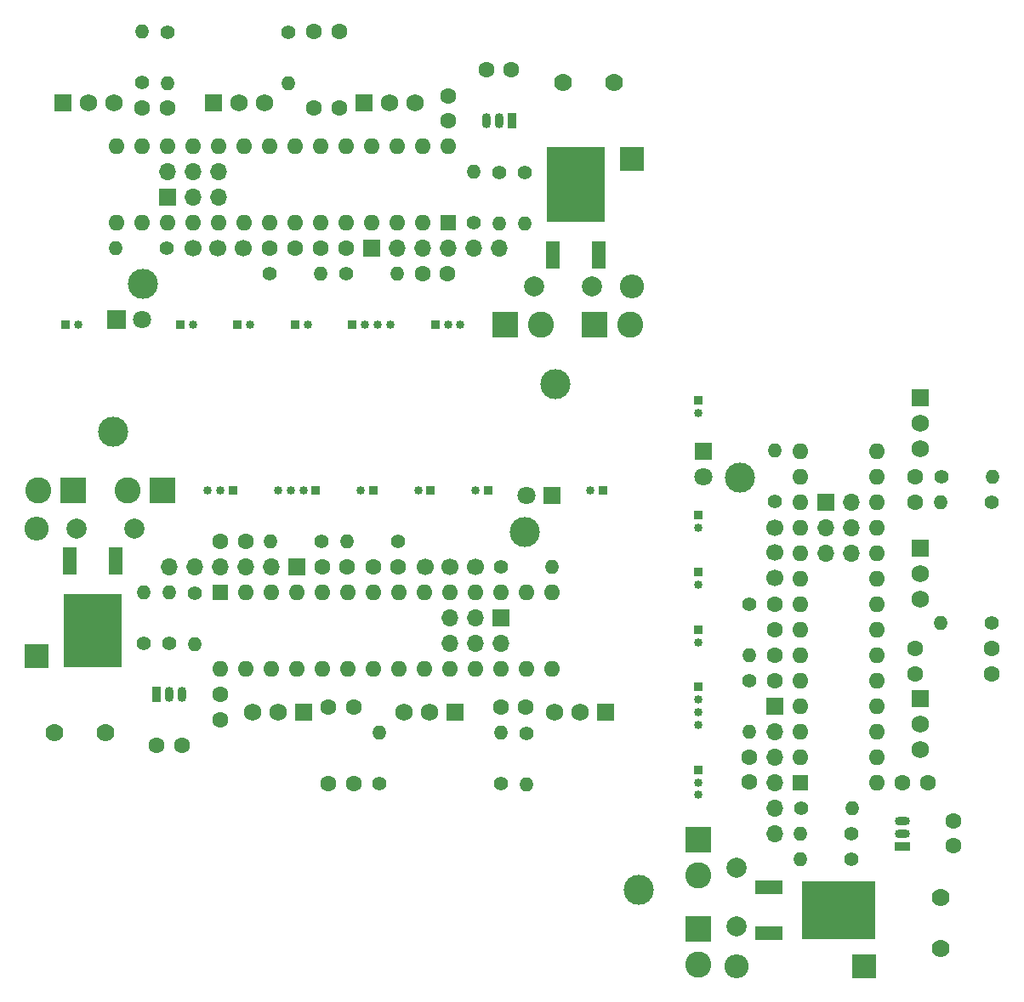
<source format=gbs>
%MOIN*%
%OFA0B0*%
%FSLAX46Y46*%
%IPPOS*%
%LPD*%
%AMREC11*
4,1,3,
0.035433070866141732,0.035433070866141739,
-0.035433070866141739,0.035433070866141732,
-0.035433070866141732,-0.035433070866141739,
0.035433070866141739,-0.035433070866141732,
0*%
%AMREC12*
4,1,3,
0.03444881889763779,0.0344488188976378,
-0.0344488188976378,0.03444881889763779,
-0.03444881889763779,-0.0344488188976378,
0.0344488188976378,-0.03444881889763779,
0*%
%AMREC13*
4,1,3,
0.033464566929133854,0.033464566929133861,
-0.033464566929133861,0.033464566929133854,
-0.033464566929133854,-0.033464566929133861,
0.033464566929133861,-0.033464566929133854,
0*%
%AMREC14*
4,1,3,
0.031496062992125984,0.031496062992125991,
-0.031496062992125991,0.031496062992125984,
-0.031496062992125984,-0.031496062992125991,
0.031496062992125991,-0.031496062992125984,
0*%
%AMREC15*
4,1,3,
0.051181102362204724,0.051181102362204738,
-0.051181102362204738,0.051181102362204724,
-0.051181102362204724,-0.051181102362204738,
0.051181102362204738,-0.051181102362204724,
0*%
%AMREC16*
4,1,3,
0.047244094488188969,0.047244094488188983,
-0.047244094488188983,0.047244094488188969,
-0.047244094488188969,-0.047244094488188983,
0.047244094488188983,-0.047244094488188969,
0*%
%AMREC17*
4,1,3,
0.017716535433070862,0.029527559055118113,
-0.017716535433070873,0.029527559055118113,
-0.017716535433070862,-0.029527559055118113,
0.017716535433070873,-0.029527559055118113,
0*%
%AMREC18*
4,1,3,
0.016732283464566927,0.016732283464566931,
-0.016732283464566931,0.016732283464566927,
-0.016732283464566927,-0.016732283464566931,
0.016732283464566931,-0.016732283464566927,
0*%
%AMREC19*
4,1,3,
0.027559055118110232,0.053149606299212608,
-0.027559055118110239,0.053149606299212608,
-0.027559055118110232,-0.053149606299212608,
0.027559055118110239,-0.053149606299212608,
0*%
%AMREC20*
4,1,3,
0.11417322834645668,0.1456692913385827,
-0.11417322834645671,0.14566929133858267,
-0.11417322834645668,-0.1456692913385827,
0.11417322834645671,-0.14566929133858267,
0*%
%ADD10C,0.0039370078740157488*%
%AMCOMP47*
4,1,3,
0.035433070866141732,0.035433070866141739,
-0.035433070866141739,0.035433070866141732,
-0.035433070866141732,-0.035433070866141739,
0.035433070866141739,-0.035433070866141732,
0*%
%ADD11COMP47*%
%ADD12C,0.070866141732283464*%
%ADD13C,0.11811023622047245*%
%ADD14C,0.068897637795275593*%
%AMCOMP48*
4,1,3,
0.03444881889763779,0.0344488188976378,
-0.0344488188976378,0.03444881889763779,
-0.03444881889763779,-0.0344488188976378,
0.0344488188976378,-0.03444881889763779,
0*%
%ADD15COMP48*%
%ADD16C,0.07874015748031496*%
%AMCOMP49*
4,1,3,
0.033464566929133854,0.033464566929133861,
-0.033464566929133861,0.033464566929133854,
-0.033464566929133854,-0.033464566929133861,
0.033464566929133861,-0.033464566929133854,
0*%
%ADD17COMP49*%
%ADD18O,0.066929133858267723X0.066929133858267723*%
%AMCOMP50*
4,1,3,
0.031496062992125984,0.031496062992125991,
-0.031496062992125991,0.031496062992125984,
-0.031496062992125984,-0.031496062992125991,
0.031496062992125991,-0.031496062992125984,
0*%
%ADD19COMP50*%
%ADD20O,0.062992125984251982X0.062992125984251982*%
%AMCOMP51*
4,1,3,
0.051181102362204724,0.051181102362204738,
-0.051181102362204738,0.051181102362204724,
-0.051181102362204724,-0.051181102362204738,
0.051181102362204738,-0.051181102362204724,
0*%
%ADD21COMP51*%
%ADD22C,0.10236220472440946*%
%ADD23C,0.066929133858267723*%
%AMCOMP52*
4,1,3,
0.047244094488188969,0.047244094488188983,
-0.047244094488188983,0.047244094488188969,
-0.047244094488188969,-0.047244094488188983,
0.047244094488188983,-0.047244094488188969,
0*%
%ADD24COMP52*%
%ADD25O,0.094488188976377951X0.094488188976377951*%
%ADD26C,0.07*%
%ADD27C,0.055118110236220472*%
%ADD28O,0.055118110236220472X0.055118110236220472*%
%ADD29C,0.062992125984251982*%
%ADD30O,0.035433070866141732X0.059055118110236227*%
%AMCOMP53*
4,1,3,
0.017716535433070862,0.029527559055118113,
-0.017716535433070873,0.029527559055118113,
-0.017716535433070862,-0.029527559055118113,
0.017716535433070873,-0.029527559055118113,
0*%
%ADD31COMP53*%
%AMCOMP54*
4,1,3,
0.016732283464566927,0.016732283464566931,
-0.016732283464566931,0.016732283464566927,
-0.016732283464566927,-0.016732283464566931,
0.016732283464566931,-0.016732283464566927,
0*%
%ADD32COMP54*%
%ADD33C,0.033464566929133861*%
%AMCOMP55*
4,1,3,
0.027559055118110232,0.053149606299212608,
-0.027559055118110239,0.053149606299212608,
-0.027559055118110232,-0.053149606299212608,
0.027559055118110239,-0.053149606299212608,
0*%
%ADD34COMP55*%
%AMCOMP56*
4,1,3,
0.11417322834645668,0.1456692913385827,
-0.11417322834645671,0.14566929133858267,
-0.11417322834645668,-0.1456692913385827,
0.11417322834645671,-0.14566929133858267,
0*%
%ADD35COMP56*%
%ADD46C,0.0039370078740157488*%
%ADD47R,0.070866141732283464X0.070866141732283464*%
%ADD48C,0.070866141732283464*%
%ADD49C,0.11811023622047245*%
%ADD50C,0.068897637795275593*%
%ADD51R,0.068897637795275593X0.068897637795275593*%
%ADD52C,0.07874015748031496*%
%ADD53R,0.066929133858267723X0.066929133858267723*%
%ADD54O,0.066929133858267723X0.066929133858267723*%
%ADD55R,0.062992125984251982X0.062992125984251982*%
%ADD56O,0.062992125984251982X0.062992125984251982*%
%ADD57R,0.10236220472440946X0.10236220472440946*%
%ADD58C,0.10236220472440946*%
%ADD59C,0.066929133858267723*%
%ADD60R,0.094488188976377951X0.094488188976377951*%
%ADD61O,0.094488188976377951X0.094488188976377951*%
%ADD62C,0.07*%
%ADD63C,0.055118110236220472*%
%ADD64O,0.055118110236220472X0.055118110236220472*%
%ADD65C,0.062992125984251982*%
%ADD66O,0.035433070866141732X0.059055118110236227*%
%ADD67R,0.035433070866141732X0.059055118110236227*%
%ADD68R,0.033464566929133861X0.033464566929133861*%
%ADD69C,0.033464566929133861*%
%ADD70R,0.055118110236220472X0.10629921259842522*%
%ADD71R,0.2283464566929134X0.29133858267716539*%
%ADD72C,0.0039370078740157488*%
%ADD73R,0.070866141732283464X0.070866141732283464*%
%ADD74C,0.070866141732283464*%
%ADD75C,0.11811023622047245*%
%ADD76C,0.068897637795275593*%
%ADD77R,0.068897637795275593X0.068897637795275593*%
%ADD78C,0.07874015748031496*%
%ADD79R,0.066929133858267723X0.066929133858267723*%
%ADD80O,0.066929133858267723X0.066929133858267723*%
%ADD81R,0.062992125984251982X0.062992125984251982*%
%ADD82O,0.062992125984251982X0.062992125984251982*%
%ADD83R,0.10236220472440946X0.10236220472440946*%
%ADD84C,0.10236220472440946*%
%ADD85C,0.066929133858267723*%
%ADD86R,0.094488188976377951X0.094488188976377951*%
%ADD87O,0.094488188976377951X0.094488188976377951*%
%ADD88C,0.07*%
%ADD89C,0.055118110236220472*%
%ADD90O,0.055118110236220472X0.055118110236220472*%
%ADD91C,0.062992125984251982*%
%ADD92O,0.059055118110236227X0.035433070866141732*%
%ADD93R,0.059055118110236227X0.035433070866141732*%
%ADD94R,0.033464566929133861X0.033464566929133861*%
%ADD95C,0.033464566929133861*%
%ADD96R,0.10629921259842522X0.055118110236220472*%
%ADD97R,0.29133858267716539X0.2283464566929134*%
G01*
D10*
D11*
X0003976377Y-0000866141D02*
X0000406377Y0002628858D03*
D12*
X0000506377Y0002628858D03*
D13*
X0000511889Y0002770275D03*
D14*
X0000396929Y0003478936D03*
X0000296929Y0003478936D03*
D15*
X0000196929Y0003478936D03*
D16*
X0002042204Y0002758858D03*
X0002270551Y0002758858D03*
D17*
X0001406377Y0002908858D03*
D18*
X0001506377Y0002908858D03*
X0001606377Y0002908858D03*
X0001706377Y0002908858D03*
X0001806377Y0002908858D03*
X0001906377Y0002908858D03*
D13*
X0002126062Y0002376574D03*
D19*
X0001706377Y0003008858D03*
D20*
X0000406377Y0003308858D03*
X0001606377Y0003008858D03*
X0000506377Y0003308858D03*
X0001506377Y0003008858D03*
X0000606377Y0003308858D03*
X0001406377Y0003008858D03*
X0000706377Y0003308858D03*
X0001306377Y0003008858D03*
X0000806377Y0003308858D03*
X0001206377Y0003008858D03*
X0000906377Y0003308858D03*
X0001106377Y0003008858D03*
X0001006377Y0003308858D03*
X0001006377Y0003008858D03*
X0001106377Y0003308858D03*
X0000906377Y0003008858D03*
X0001206377Y0003308858D03*
X0000806377Y0003008858D03*
X0001306377Y0003308858D03*
X0000706377Y0003008858D03*
X0001406377Y0003308858D03*
X0000606377Y0003008858D03*
X0001506377Y0003308858D03*
X0000506377Y0003008858D03*
X0001606377Y0003308858D03*
X0000406377Y0003008858D03*
X0001706377Y0003308858D03*
D21*
X0001931377Y0002608858D03*
D22*
X0002069173Y0002608858D03*
D21*
X0002281377Y0002608858D03*
D22*
X0002419173Y0002608858D03*
D23*
X0000706377Y0002908858D03*
X0000804803Y0002908858D03*
X0000903228Y0002908858D03*
D24*
X0002426377Y0003258858D03*
D25*
X0002426377Y0002758858D03*
D26*
X0002156377Y0003558858D03*
X0002356377Y0003558858D03*
D27*
X0001307952Y0002808858D03*
D28*
X0001507952Y0002808858D03*
D27*
X0001007952Y0002808858D03*
D28*
X0001207952Y0002808858D03*
D29*
X0001706377Y0003408858D03*
X0001706377Y0003507283D03*
X0001856377Y0003608858D03*
X0001954803Y0003608858D03*
X0001306377Y0002908858D03*
X0001207952Y0002908858D03*
D30*
X0001906377Y0003408858D03*
X0001856377Y0003408858D03*
D31*
X0001956377Y0003408858D03*
D29*
X0001106377Y0002908858D03*
X0001007952Y0002908858D03*
X0001606377Y0002808858D03*
X0001704803Y0002808858D03*
D27*
X0001806377Y0003010433D03*
D28*
X0001806377Y0003210433D03*
D29*
X0000606377Y0003458858D03*
X0000507952Y0003458858D03*
D27*
X0000506377Y0003560433D03*
D28*
X0000506377Y0003760433D03*
D27*
X0000606377Y0003757283D03*
D28*
X0000606377Y0003557283D03*
D14*
X0000987480Y0003478936D03*
X0000887480Y0003478936D03*
D15*
X0000787480Y0003478936D03*
D14*
X0001578031Y0003478936D03*
X0001478031Y0003478936D03*
D15*
X0001378031Y0003478936D03*
D27*
X0001906377Y0003207283D03*
D28*
X0001906377Y0003007283D03*
D27*
X0002006377Y0003207283D03*
D28*
X0002006377Y0003007283D03*
D27*
X0000604803Y0002908858D03*
D28*
X0000404803Y0002908858D03*
D29*
X0001281377Y0003458858D03*
X0001281377Y0003758858D03*
X0001181377Y0003458858D03*
X0001181377Y0003758858D03*
D27*
X0001081377Y0003757283D03*
D28*
X0001081377Y0003557283D03*
D17*
X0000606377Y0003108858D03*
D18*
X0000606377Y0003208858D03*
X0000706377Y0003108858D03*
X0000706377Y0003208858D03*
X0000806377Y0003108858D03*
X0000806377Y0003208858D03*
D32*
X0000881377Y0002608858D03*
D33*
X0000930590Y0002608858D03*
D32*
X0001331377Y0002608858D03*
D33*
X0001380590Y0002608858D03*
X0001429803Y0002608858D03*
X0001479015Y0002608858D03*
D32*
X0001106377Y0002608858D03*
D33*
X0001155590Y0002608858D03*
D32*
X0000206377Y0002608858D03*
D33*
X0000255590Y0002608858D03*
D32*
X0000656377Y0002608858D03*
D33*
X0000705590Y0002608858D03*
D32*
X0001656377Y0002608858D03*
D33*
X0001705590Y0002608858D03*
X0001754803Y0002608858D03*
D34*
X0002296141Y0002883661D03*
X0002116614Y0002883661D03*
D35*
X0002206377Y0003158543D03*
G04 next file*
G04 #@! TF.FileFunction,Soldermask,Bot*
G04 Gerber Fmt 4.6, Leading zero omitted, Abs format (unit mm)*
G04 Created by KiCad (PCBNEW 4.0.7) date 07/04/19 20:50:11*
G01*
G04 APERTURE LIST*
G04 APERTURE END LIST*
D46*
D47*
X-0001456692Y0005433070D02*
X0002113307Y0001938070D03*
D48*
X0002013307Y0001938070D03*
D49*
X0002007795Y0001796653D03*
D50*
X0002122755Y0001087992D03*
X0002222755Y0001087992D03*
D51*
X0002322755Y0001087992D03*
D52*
X0000477480Y0001808070D03*
X0000249133Y0001808070D03*
D53*
X0001113307Y0001658070D03*
D54*
X0001013307Y0001658070D03*
X0000913307Y0001658070D03*
X0000813307Y0001658070D03*
X0000713307Y0001658070D03*
X0000613307Y0001658070D03*
D49*
X0000393622Y0002190354D03*
D55*
X0000813307Y0001558070D03*
D56*
X0002113307Y0001258070D03*
X0000913307Y0001558070D03*
X0002013307Y0001258070D03*
X0001013307Y0001558070D03*
X0001913307Y0001258070D03*
X0001113307Y0001558070D03*
X0001813307Y0001258070D03*
X0001213307Y0001558070D03*
X0001713307Y0001258070D03*
X0001313307Y0001558070D03*
X0001613307Y0001258070D03*
X0001413307Y0001558070D03*
X0001513307Y0001258070D03*
X0001513307Y0001558070D03*
X0001413307Y0001258070D03*
X0001613307Y0001558070D03*
X0001313307Y0001258070D03*
X0001713307Y0001558070D03*
X0001213307Y0001258070D03*
X0001813307Y0001558070D03*
X0001113307Y0001258070D03*
X0001913307Y0001558070D03*
X0001013307Y0001258070D03*
X0002013307Y0001558070D03*
X0000913307Y0001258070D03*
X0002113307Y0001558070D03*
X0000813307Y0001258070D03*
D57*
X0000588307Y0001958070D03*
D58*
X0000450511Y0001958070D03*
D57*
X0000238307Y0001958070D03*
D58*
X0000100511Y0001958070D03*
D59*
X0001813307Y0001658070D03*
X0001714881Y0001658070D03*
X0001616456Y0001658070D03*
D60*
X0000093307Y0001308070D03*
D61*
X0000093307Y0001808070D03*
D62*
X0000363307Y0001008070D03*
X0000163307Y0001008070D03*
D63*
X0001211732Y0001758070D03*
D64*
X0001011732Y0001758070D03*
D63*
X0001511732Y0001758070D03*
D64*
X0001311732Y0001758070D03*
D65*
X0000813307Y0001158070D03*
X0000813307Y0001059645D03*
X0000663307Y0000958070D03*
X0000564881Y0000958070D03*
X0001213307Y0001658070D03*
X0001311732Y0001658070D03*
D66*
X0000613307Y0001158070D03*
X0000663307Y0001158070D03*
D67*
X0000563307Y0001158070D03*
D65*
X0001413307Y0001658070D03*
X0001511732Y0001658070D03*
X0000913307Y0001758070D03*
X0000814881Y0001758070D03*
D63*
X0000713307Y0001556496D03*
D64*
X0000713307Y0001356496D03*
D65*
X0001913307Y0001108070D03*
X0002011732Y0001108070D03*
D63*
X0002013307Y0001006496D03*
D64*
X0002013307Y0000806496D03*
D63*
X0001913307Y0000809645D03*
D64*
X0001913307Y0001009645D03*
D50*
X0001532204Y0001087992D03*
X0001632204Y0001087992D03*
D51*
X0001732204Y0001087992D03*
D50*
X0000941653Y0001087992D03*
X0001041653Y0001087992D03*
D51*
X0001141653Y0001087992D03*
D63*
X0000613307Y0001359645D03*
D64*
X0000613307Y0001559645D03*
D63*
X0000513307Y0001359645D03*
D64*
X0000513307Y0001559645D03*
D63*
X0001914881Y0001658070D03*
D64*
X0002114881Y0001658070D03*
D65*
X0001238307Y0001108070D03*
X0001238307Y0000808070D03*
X0001338307Y0001108070D03*
X0001338307Y0000808070D03*
D63*
X0001438307Y0000809645D03*
D64*
X0001438307Y0001009645D03*
D53*
X0001913307Y0001458070D03*
D54*
X0001913307Y0001358070D03*
X0001813307Y0001458070D03*
X0001813307Y0001358070D03*
X0001713307Y0001458070D03*
X0001713307Y0001358070D03*
D68*
X0001638307Y0001958070D03*
D69*
X0001589094Y0001958070D03*
D68*
X0001188307Y0001958070D03*
D69*
X0001139094Y0001958070D03*
X0001089881Y0001958070D03*
X0001040669Y0001958070D03*
D68*
X0001413307Y0001958070D03*
D69*
X0001364094Y0001958070D03*
D68*
X0002313307Y0001958070D03*
D69*
X0002264094Y0001958070D03*
D68*
X0001863307Y0001958070D03*
D69*
X0001814094Y0001958070D03*
D68*
X0000863307Y0001958070D03*
D69*
X0000814094Y0001958070D03*
X0000764881Y0001958070D03*
D70*
X0000223543Y0001683267D03*
X0000403070Y0001683267D03*
D71*
X0000313307Y0001408385D03*
G04 next file*
G04 #@! TF.FileFunction,Soldermask,Bot*
G04 Gerber Fmt 4.6, Leading zero omitted, Abs format (unit mm)*
G04 Created by KiCad (PCBNEW 4.0.7) date 07/04/19 20:50:11*
G01*
G04 APERTURE LIST*
G04 APERTURE END LIST*
D72*
D73*
X-0000787401Y-0001456692D02*
X0002707598Y0002113307D03*
D74*
X0002707598Y0002013307D03*
D75*
X0002849015Y0002007795D03*
D76*
X0003557677Y0002122755D03*
X0003557677Y0002222755D03*
D77*
X0003557677Y0002322755D03*
D78*
X0002837598Y0000477480D03*
X0002837598Y0000249133D03*
D79*
X0002987598Y0001113307D03*
D80*
X0002987598Y0001013307D03*
X0002987598Y0000913307D03*
X0002987598Y0000813307D03*
X0002987598Y0000713307D03*
X0002987598Y0000613307D03*
D75*
X0002455314Y0000393622D03*
D81*
X0003087598Y0000813307D03*
D82*
X0003387598Y0002113307D03*
X0003087598Y0000913307D03*
X0003387598Y0002013307D03*
X0003087598Y0001013307D03*
X0003387598Y0001913307D03*
X0003087598Y0001113307D03*
X0003387598Y0001813307D03*
X0003087598Y0001213307D03*
X0003387598Y0001713307D03*
X0003087598Y0001313307D03*
X0003387598Y0001613307D03*
X0003087598Y0001413307D03*
X0003387598Y0001513307D03*
X0003087598Y0001513307D03*
X0003387598Y0001413307D03*
X0003087598Y0001613307D03*
X0003387598Y0001313307D03*
X0003087598Y0001713307D03*
X0003387598Y0001213307D03*
X0003087598Y0001813307D03*
X0003387598Y0001113307D03*
X0003087598Y0001913307D03*
X0003387598Y0001013307D03*
X0003087598Y0002013307D03*
X0003387598Y0000913307D03*
X0003087598Y0002113307D03*
X0003387598Y0000813307D03*
D83*
X0002687598Y0000588307D03*
D84*
X0002687598Y0000450511D03*
D83*
X0002687598Y0000238307D03*
D84*
X0002687598Y0000100511D03*
D85*
X0002987598Y0001813307D03*
X0002987598Y0001714881D03*
X0002987598Y0001616456D03*
D86*
X0003337598Y0000093307D03*
D87*
X0002837598Y0000093307D03*
D88*
X0003637598Y0000363307D03*
X0003637598Y0000163307D03*
D89*
X0002887598Y0001211732D03*
D90*
X0002887598Y0001011732D03*
D89*
X0002887598Y0001511732D03*
D90*
X0002887598Y0001311732D03*
D91*
X0003487598Y0000813307D03*
X0003586023Y0000813307D03*
X0003687598Y0000663307D03*
X0003687598Y0000564881D03*
X0002987598Y0001213307D03*
X0002987598Y0001311732D03*
D92*
X0003487598Y0000613307D03*
X0003487598Y0000663307D03*
D93*
X0003487598Y0000563307D03*
D91*
X0002987598Y0001413307D03*
X0002987598Y0001511732D03*
X0002887598Y0000913307D03*
X0002887598Y0000814881D03*
D89*
X0003089173Y0000713307D03*
D90*
X0003289173Y0000713307D03*
D91*
X0003537598Y0001913307D03*
X0003537598Y0002011732D03*
D89*
X0003639173Y0002013307D03*
D90*
X0003839173Y0002013307D03*
D89*
X0003836023Y0001913307D03*
D90*
X0003636023Y0001913307D03*
D76*
X0003557677Y0001532204D03*
X0003557677Y0001632204D03*
D77*
X0003557677Y0001732204D03*
D76*
X0003557677Y0000941653D03*
X0003557677Y0001041653D03*
D77*
X0003557677Y0001141653D03*
D89*
X0003286023Y0000613307D03*
D90*
X0003086023Y0000613307D03*
D89*
X0003286023Y0000513307D03*
D90*
X0003086023Y0000513307D03*
D89*
X0002987598Y0001914881D03*
D90*
X0002987598Y0002114881D03*
D91*
X0003537598Y0001238307D03*
X0003837598Y0001238307D03*
X0003537598Y0001338307D03*
X0003837598Y0001338307D03*
D89*
X0003836023Y0001438307D03*
D90*
X0003636023Y0001438307D03*
D79*
X0003187598Y0001913307D03*
D80*
X0003287598Y0001913307D03*
X0003187598Y0001813307D03*
X0003287598Y0001813307D03*
X0003187598Y0001713307D03*
X0003287598Y0001713307D03*
D94*
X0002687598Y0001638307D03*
D95*
X0002687598Y0001589094D03*
D94*
X0002687598Y0001188307D03*
D95*
X0002687598Y0001139094D03*
X0002687598Y0001089881D03*
X0002687598Y0001040669D03*
D94*
X0002687598Y0001413307D03*
D95*
X0002687598Y0001364094D03*
D94*
X0002687598Y0002313307D03*
D95*
X0002687598Y0002264094D03*
D94*
X0002687598Y0001863307D03*
D95*
X0002687598Y0001814094D03*
D94*
X0002687598Y0000863307D03*
D95*
X0002687598Y0000814094D03*
X0002687598Y0000764881D03*
D96*
X0002962401Y0000223543D03*
X0002962401Y0000403070D03*
D97*
X0003237283Y0000313307D03*
M02*
</source>
